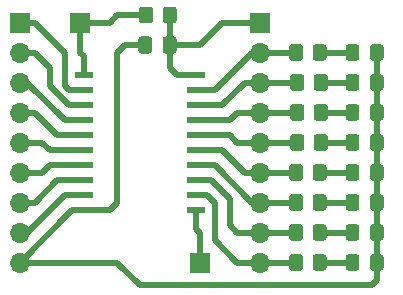
<source format=gbr>
%TF.GenerationSoftware,KiCad,Pcbnew,(5.1.9)-1*%
%TF.CreationDate,2023-01-12T13:49:32+03:00*%
%TF.ProjectId,STACK1,53544143-4b31-42e6-9b69-6361645f7063,rev?*%
%TF.SameCoordinates,Original*%
%TF.FileFunction,Copper,L1,Top*%
%TF.FilePolarity,Positive*%
%FSLAX46Y46*%
G04 Gerber Fmt 4.6, Leading zero omitted, Abs format (unit mm)*
G04 Created by KiCad (PCBNEW (5.1.9)-1) date 2023-01-12 13:49:32*
%MOMM*%
%LPD*%
G01*
G04 APERTURE LIST*
%TA.AperFunction,ComponentPad*%
%ADD10R,1.700000X1.700000*%
%TD*%
%TA.AperFunction,ComponentPad*%
%ADD11O,1.700000X1.700000*%
%TD*%
%TA.AperFunction,SMDPad,CuDef*%
%ADD12R,1.500000X0.600000*%
%TD*%
%TA.AperFunction,Conductor*%
%ADD13C,0.500000*%
%TD*%
G04 APERTURE END LIST*
%TO.P,R9,2*%
%TO.N,VCC*%
%TA.AperFunction,SMDPad,CuDef*%
G36*
G01*
X62900000Y-27755001D02*
X62900000Y-26854999D01*
G75*
G02*
X63149999Y-26605000I249999J0D01*
G01*
X63850001Y-26605000D01*
G75*
G02*
X64100000Y-26854999I0J-249999D01*
G01*
X64100000Y-27755001D01*
G75*
G02*
X63850001Y-28005000I-249999J0D01*
G01*
X63149999Y-28005000D01*
G75*
G02*
X62900000Y-27755001I0J249999D01*
G01*
G37*
%TD.AperFunction*%
%TO.P,R9,1*%
%TO.N,/~OE*%
%TA.AperFunction,SMDPad,CuDef*%
G36*
G01*
X60900000Y-27755001D02*
X60900000Y-26854999D01*
G75*
G02*
X61149999Y-26605000I249999J0D01*
G01*
X61850001Y-26605000D01*
G75*
G02*
X62100000Y-26854999I0J-249999D01*
G01*
X62100000Y-27755001D01*
G75*
G02*
X61850001Y-28005000I-249999J0D01*
G01*
X61149999Y-28005000D01*
G75*
G02*
X60900000Y-27755001I0J249999D01*
G01*
G37*
%TD.AperFunction*%
%TD*%
D10*
%TO.P,J4,1*%
%TO.N,/~OE*%
X55880000Y-27940000D03*
%TD*%
%TO.P,J3,1*%
%TO.N,/CP*%
X66040000Y-48260000D03*
%TD*%
%TO.P,C1,1*%
%TO.N,VCC*%
%TA.AperFunction,SMDPad,CuDef*%
G36*
G01*
X64087500Y-29370000D02*
X64087500Y-30320000D01*
G75*
G02*
X63837500Y-30570000I-250000J0D01*
G01*
X63162500Y-30570000D01*
G75*
G02*
X62912500Y-30320000I0J250000D01*
G01*
X62912500Y-29370000D01*
G75*
G02*
X63162500Y-29120000I250000J0D01*
G01*
X63837500Y-29120000D01*
G75*
G02*
X64087500Y-29370000I0J-250000D01*
G01*
G37*
%TD.AperFunction*%
%TO.P,C1,2*%
%TO.N,GND*%
%TA.AperFunction,SMDPad,CuDef*%
G36*
G01*
X62012500Y-29370000D02*
X62012500Y-30320000D01*
G75*
G02*
X61762500Y-30570000I-250000J0D01*
G01*
X61087500Y-30570000D01*
G75*
G02*
X60837500Y-30320000I0J250000D01*
G01*
X60837500Y-29370000D01*
G75*
G02*
X61087500Y-29120000I250000J0D01*
G01*
X61762500Y-29120000D01*
G75*
G02*
X62012500Y-29370000I0J-250000D01*
G01*
G37*
%TD.AperFunction*%
%TD*%
%TO.P,D1,1*%
%TO.N,GND*%
%TA.AperFunction,SMDPad,CuDef*%
G36*
G01*
X81610000Y-30029999D02*
X81610000Y-30930001D01*
G75*
G02*
X81360001Y-31180000I-249999J0D01*
G01*
X80709999Y-31180000D01*
G75*
G02*
X80460000Y-30930001I0J249999D01*
G01*
X80460000Y-30029999D01*
G75*
G02*
X80709999Y-29780000I249999J0D01*
G01*
X81360001Y-29780000D01*
G75*
G02*
X81610000Y-30029999I0J-249999D01*
G01*
G37*
%TD.AperFunction*%
%TO.P,D1,2*%
%TO.N,Net-(D1-Pad2)*%
%TA.AperFunction,SMDPad,CuDef*%
G36*
G01*
X79560000Y-30029999D02*
X79560000Y-30930001D01*
G75*
G02*
X79310001Y-31180000I-249999J0D01*
G01*
X78659999Y-31180000D01*
G75*
G02*
X78410000Y-30930001I0J249999D01*
G01*
X78410000Y-30029999D01*
G75*
G02*
X78659999Y-29780000I249999J0D01*
G01*
X79310001Y-29780000D01*
G75*
G02*
X79560000Y-30029999I0J-249999D01*
G01*
G37*
%TD.AperFunction*%
%TD*%
%TO.P,D2,1*%
%TO.N,GND*%
%TA.AperFunction,SMDPad,CuDef*%
G36*
G01*
X81610000Y-32569999D02*
X81610000Y-33470001D01*
G75*
G02*
X81360001Y-33720000I-249999J0D01*
G01*
X80709999Y-33720000D01*
G75*
G02*
X80460000Y-33470001I0J249999D01*
G01*
X80460000Y-32569999D01*
G75*
G02*
X80709999Y-32320000I249999J0D01*
G01*
X81360001Y-32320000D01*
G75*
G02*
X81610000Y-32569999I0J-249999D01*
G01*
G37*
%TD.AperFunction*%
%TO.P,D2,2*%
%TO.N,Net-(D2-Pad2)*%
%TA.AperFunction,SMDPad,CuDef*%
G36*
G01*
X79560000Y-32569999D02*
X79560000Y-33470001D01*
G75*
G02*
X79310001Y-33720000I-249999J0D01*
G01*
X78659999Y-33720000D01*
G75*
G02*
X78410000Y-33470001I0J249999D01*
G01*
X78410000Y-32569999D01*
G75*
G02*
X78659999Y-32320000I249999J0D01*
G01*
X79310001Y-32320000D01*
G75*
G02*
X79560000Y-32569999I0J-249999D01*
G01*
G37*
%TD.AperFunction*%
%TD*%
%TO.P,D3,2*%
%TO.N,Net-(D3-Pad2)*%
%TA.AperFunction,SMDPad,CuDef*%
G36*
G01*
X79560000Y-35109999D02*
X79560000Y-36010001D01*
G75*
G02*
X79310001Y-36260000I-249999J0D01*
G01*
X78659999Y-36260000D01*
G75*
G02*
X78410000Y-36010001I0J249999D01*
G01*
X78410000Y-35109999D01*
G75*
G02*
X78659999Y-34860000I249999J0D01*
G01*
X79310001Y-34860000D01*
G75*
G02*
X79560000Y-35109999I0J-249999D01*
G01*
G37*
%TD.AperFunction*%
%TO.P,D3,1*%
%TO.N,GND*%
%TA.AperFunction,SMDPad,CuDef*%
G36*
G01*
X81610000Y-35109999D02*
X81610000Y-36010001D01*
G75*
G02*
X81360001Y-36260000I-249999J0D01*
G01*
X80709999Y-36260000D01*
G75*
G02*
X80460000Y-36010001I0J249999D01*
G01*
X80460000Y-35109999D01*
G75*
G02*
X80709999Y-34860000I249999J0D01*
G01*
X81360001Y-34860000D01*
G75*
G02*
X81610000Y-35109999I0J-249999D01*
G01*
G37*
%TD.AperFunction*%
%TD*%
%TO.P,D4,1*%
%TO.N,GND*%
%TA.AperFunction,SMDPad,CuDef*%
G36*
G01*
X81610000Y-37649999D02*
X81610000Y-38550001D01*
G75*
G02*
X81360001Y-38800000I-249999J0D01*
G01*
X80709999Y-38800000D01*
G75*
G02*
X80460000Y-38550001I0J249999D01*
G01*
X80460000Y-37649999D01*
G75*
G02*
X80709999Y-37400000I249999J0D01*
G01*
X81360001Y-37400000D01*
G75*
G02*
X81610000Y-37649999I0J-249999D01*
G01*
G37*
%TD.AperFunction*%
%TO.P,D4,2*%
%TO.N,Net-(D4-Pad2)*%
%TA.AperFunction,SMDPad,CuDef*%
G36*
G01*
X79560000Y-37649999D02*
X79560000Y-38550001D01*
G75*
G02*
X79310001Y-38800000I-249999J0D01*
G01*
X78659999Y-38800000D01*
G75*
G02*
X78410000Y-38550001I0J249999D01*
G01*
X78410000Y-37649999D01*
G75*
G02*
X78659999Y-37400000I249999J0D01*
G01*
X79310001Y-37400000D01*
G75*
G02*
X79560000Y-37649999I0J-249999D01*
G01*
G37*
%TD.AperFunction*%
%TD*%
%TO.P,D5,2*%
%TO.N,Net-(D5-Pad2)*%
%TA.AperFunction,SMDPad,CuDef*%
G36*
G01*
X79560000Y-40189999D02*
X79560000Y-41090001D01*
G75*
G02*
X79310001Y-41340000I-249999J0D01*
G01*
X78659999Y-41340000D01*
G75*
G02*
X78410000Y-41090001I0J249999D01*
G01*
X78410000Y-40189999D01*
G75*
G02*
X78659999Y-39940000I249999J0D01*
G01*
X79310001Y-39940000D01*
G75*
G02*
X79560000Y-40189999I0J-249999D01*
G01*
G37*
%TD.AperFunction*%
%TO.P,D5,1*%
%TO.N,GND*%
%TA.AperFunction,SMDPad,CuDef*%
G36*
G01*
X81610000Y-40189999D02*
X81610000Y-41090001D01*
G75*
G02*
X81360001Y-41340000I-249999J0D01*
G01*
X80709999Y-41340000D01*
G75*
G02*
X80460000Y-41090001I0J249999D01*
G01*
X80460000Y-40189999D01*
G75*
G02*
X80709999Y-39940000I249999J0D01*
G01*
X81360001Y-39940000D01*
G75*
G02*
X81610000Y-40189999I0J-249999D01*
G01*
G37*
%TD.AperFunction*%
%TD*%
%TO.P,D6,2*%
%TO.N,Net-(D6-Pad2)*%
%TA.AperFunction,SMDPad,CuDef*%
G36*
G01*
X79560000Y-42729999D02*
X79560000Y-43630001D01*
G75*
G02*
X79310001Y-43880000I-249999J0D01*
G01*
X78659999Y-43880000D01*
G75*
G02*
X78410000Y-43630001I0J249999D01*
G01*
X78410000Y-42729999D01*
G75*
G02*
X78659999Y-42480000I249999J0D01*
G01*
X79310001Y-42480000D01*
G75*
G02*
X79560000Y-42729999I0J-249999D01*
G01*
G37*
%TD.AperFunction*%
%TO.P,D6,1*%
%TO.N,GND*%
%TA.AperFunction,SMDPad,CuDef*%
G36*
G01*
X81610000Y-42729999D02*
X81610000Y-43630001D01*
G75*
G02*
X81360001Y-43880000I-249999J0D01*
G01*
X80709999Y-43880000D01*
G75*
G02*
X80460000Y-43630001I0J249999D01*
G01*
X80460000Y-42729999D01*
G75*
G02*
X80709999Y-42480000I249999J0D01*
G01*
X81360001Y-42480000D01*
G75*
G02*
X81610000Y-42729999I0J-249999D01*
G01*
G37*
%TD.AperFunction*%
%TD*%
%TO.P,D7,2*%
%TO.N,Net-(D7-Pad2)*%
%TA.AperFunction,SMDPad,CuDef*%
G36*
G01*
X79560000Y-45269999D02*
X79560000Y-46170001D01*
G75*
G02*
X79310001Y-46420000I-249999J0D01*
G01*
X78659999Y-46420000D01*
G75*
G02*
X78410000Y-46170001I0J249999D01*
G01*
X78410000Y-45269999D01*
G75*
G02*
X78659999Y-45020000I249999J0D01*
G01*
X79310001Y-45020000D01*
G75*
G02*
X79560000Y-45269999I0J-249999D01*
G01*
G37*
%TD.AperFunction*%
%TO.P,D7,1*%
%TO.N,GND*%
%TA.AperFunction,SMDPad,CuDef*%
G36*
G01*
X81610000Y-45269999D02*
X81610000Y-46170001D01*
G75*
G02*
X81360001Y-46420000I-249999J0D01*
G01*
X80709999Y-46420000D01*
G75*
G02*
X80460000Y-46170001I0J249999D01*
G01*
X80460000Y-45269999D01*
G75*
G02*
X80709999Y-45020000I249999J0D01*
G01*
X81360001Y-45020000D01*
G75*
G02*
X81610000Y-45269999I0J-249999D01*
G01*
G37*
%TD.AperFunction*%
%TD*%
%TO.P,D8,1*%
%TO.N,GND*%
%TA.AperFunction,SMDPad,CuDef*%
G36*
G01*
X81610000Y-47809999D02*
X81610000Y-48710001D01*
G75*
G02*
X81360001Y-48960000I-249999J0D01*
G01*
X80709999Y-48960000D01*
G75*
G02*
X80460000Y-48710001I0J249999D01*
G01*
X80460000Y-47809999D01*
G75*
G02*
X80709999Y-47560000I249999J0D01*
G01*
X81360001Y-47560000D01*
G75*
G02*
X81610000Y-47809999I0J-249999D01*
G01*
G37*
%TD.AperFunction*%
%TO.P,D8,2*%
%TO.N,Net-(D8-Pad2)*%
%TA.AperFunction,SMDPad,CuDef*%
G36*
G01*
X79560000Y-47809999D02*
X79560000Y-48710001D01*
G75*
G02*
X79310001Y-48960000I-249999J0D01*
G01*
X78659999Y-48960000D01*
G75*
G02*
X78410000Y-48710001I0J249999D01*
G01*
X78410000Y-47809999D01*
G75*
G02*
X78659999Y-47560000I249999J0D01*
G01*
X79310001Y-47560000D01*
G75*
G02*
X79560000Y-47809999I0J-249999D01*
G01*
G37*
%TD.AperFunction*%
%TD*%
D11*
%TO.P,J1,9*%
%TO.N,/Q7*%
X71120000Y-48260000D03*
%TO.P,J1,8*%
%TO.N,/Q6*%
X71120000Y-45720000D03*
%TO.P,J1,7*%
%TO.N,/Q5*%
X71120000Y-43180000D03*
%TO.P,J1,6*%
%TO.N,/Q4*%
X71120000Y-40640000D03*
%TO.P,J1,5*%
%TO.N,/Q3*%
X71120000Y-38100000D03*
%TO.P,J1,4*%
%TO.N,/Q2*%
X71120000Y-35560000D03*
%TO.P,J1,3*%
%TO.N,/Q1*%
X71120000Y-33020000D03*
%TO.P,J1,2*%
%TO.N,/Q0*%
X71120000Y-30480000D03*
D10*
%TO.P,J1,1*%
%TO.N,VCC*%
X71120000Y-27940000D03*
%TD*%
%TO.P,J2,1*%
%TO.N,/D0*%
X50800000Y-27940000D03*
D11*
%TO.P,J2,2*%
%TO.N,Net-(J2-Pad2)*%
X50800000Y-30480000D03*
%TO.P,J2,3*%
%TO.N,Net-(J2-Pad3)*%
X50800000Y-33020000D03*
%TO.P,J2,4*%
%TO.N,Net-(J2-Pad4)*%
X50800000Y-35560000D03*
%TO.P,J2,5*%
%TO.N,Net-(J2-Pad5)*%
X50800000Y-38100000D03*
%TO.P,J2,6*%
%TO.N,Net-(J2-Pad6)*%
X50800000Y-40640000D03*
%TO.P,J2,7*%
%TO.N,Net-(J2-Pad7)*%
X50800000Y-43180000D03*
%TO.P,J2,8*%
%TO.N,/D7*%
X50800000Y-45720000D03*
%TO.P,J2,9*%
%TO.N,GND*%
X50800000Y-48260000D03*
%TD*%
%TO.P,R1,1*%
%TO.N,Net-(D1-Pad2)*%
%TA.AperFunction,SMDPad,CuDef*%
G36*
G01*
X76800000Y-30029999D02*
X76800000Y-30930001D01*
G75*
G02*
X76550001Y-31180000I-249999J0D01*
G01*
X75849999Y-31180000D01*
G75*
G02*
X75600000Y-30930001I0J249999D01*
G01*
X75600000Y-30029999D01*
G75*
G02*
X75849999Y-29780000I249999J0D01*
G01*
X76550001Y-29780000D01*
G75*
G02*
X76800000Y-30029999I0J-249999D01*
G01*
G37*
%TD.AperFunction*%
%TO.P,R1,2*%
%TO.N,/Q0*%
%TA.AperFunction,SMDPad,CuDef*%
G36*
G01*
X74800000Y-30029999D02*
X74800000Y-30930001D01*
G75*
G02*
X74550001Y-31180000I-249999J0D01*
G01*
X73849999Y-31180000D01*
G75*
G02*
X73600000Y-30930001I0J249999D01*
G01*
X73600000Y-30029999D01*
G75*
G02*
X73849999Y-29780000I249999J0D01*
G01*
X74550001Y-29780000D01*
G75*
G02*
X74800000Y-30029999I0J-249999D01*
G01*
G37*
%TD.AperFunction*%
%TD*%
%TO.P,R2,1*%
%TO.N,Net-(D2-Pad2)*%
%TA.AperFunction,SMDPad,CuDef*%
G36*
G01*
X76895000Y-32569999D02*
X76895000Y-33470001D01*
G75*
G02*
X76645001Y-33720000I-249999J0D01*
G01*
X75944999Y-33720000D01*
G75*
G02*
X75695000Y-33470001I0J249999D01*
G01*
X75695000Y-32569999D01*
G75*
G02*
X75944999Y-32320000I249999J0D01*
G01*
X76645001Y-32320000D01*
G75*
G02*
X76895000Y-32569999I0J-249999D01*
G01*
G37*
%TD.AperFunction*%
%TO.P,R2,2*%
%TO.N,/Q1*%
%TA.AperFunction,SMDPad,CuDef*%
G36*
G01*
X74895000Y-32569999D02*
X74895000Y-33470001D01*
G75*
G02*
X74645001Y-33720000I-249999J0D01*
G01*
X73944999Y-33720000D01*
G75*
G02*
X73695000Y-33470001I0J249999D01*
G01*
X73695000Y-32569999D01*
G75*
G02*
X73944999Y-32320000I249999J0D01*
G01*
X74645001Y-32320000D01*
G75*
G02*
X74895000Y-32569999I0J-249999D01*
G01*
G37*
%TD.AperFunction*%
%TD*%
%TO.P,R3,2*%
%TO.N,/Q2*%
%TA.AperFunction,SMDPad,CuDef*%
G36*
G01*
X74895000Y-35109999D02*
X74895000Y-36010001D01*
G75*
G02*
X74645001Y-36260000I-249999J0D01*
G01*
X73944999Y-36260000D01*
G75*
G02*
X73695000Y-36010001I0J249999D01*
G01*
X73695000Y-35109999D01*
G75*
G02*
X73944999Y-34860000I249999J0D01*
G01*
X74645001Y-34860000D01*
G75*
G02*
X74895000Y-35109999I0J-249999D01*
G01*
G37*
%TD.AperFunction*%
%TO.P,R3,1*%
%TO.N,Net-(D3-Pad2)*%
%TA.AperFunction,SMDPad,CuDef*%
G36*
G01*
X76895000Y-35109999D02*
X76895000Y-36010001D01*
G75*
G02*
X76645001Y-36260000I-249999J0D01*
G01*
X75944999Y-36260000D01*
G75*
G02*
X75695000Y-36010001I0J249999D01*
G01*
X75695000Y-35109999D01*
G75*
G02*
X75944999Y-34860000I249999J0D01*
G01*
X76645001Y-34860000D01*
G75*
G02*
X76895000Y-35109999I0J-249999D01*
G01*
G37*
%TD.AperFunction*%
%TD*%
%TO.P,R4,2*%
%TO.N,/Q3*%
%TA.AperFunction,SMDPad,CuDef*%
G36*
G01*
X74895000Y-37649999D02*
X74895000Y-38550001D01*
G75*
G02*
X74645001Y-38800000I-249999J0D01*
G01*
X73944999Y-38800000D01*
G75*
G02*
X73695000Y-38550001I0J249999D01*
G01*
X73695000Y-37649999D01*
G75*
G02*
X73944999Y-37400000I249999J0D01*
G01*
X74645001Y-37400000D01*
G75*
G02*
X74895000Y-37649999I0J-249999D01*
G01*
G37*
%TD.AperFunction*%
%TO.P,R4,1*%
%TO.N,Net-(D4-Pad2)*%
%TA.AperFunction,SMDPad,CuDef*%
G36*
G01*
X76895000Y-37649999D02*
X76895000Y-38550001D01*
G75*
G02*
X76645001Y-38800000I-249999J0D01*
G01*
X75944999Y-38800000D01*
G75*
G02*
X75695000Y-38550001I0J249999D01*
G01*
X75695000Y-37649999D01*
G75*
G02*
X75944999Y-37400000I249999J0D01*
G01*
X76645001Y-37400000D01*
G75*
G02*
X76895000Y-37649999I0J-249999D01*
G01*
G37*
%TD.AperFunction*%
%TD*%
%TO.P,R5,1*%
%TO.N,Net-(D5-Pad2)*%
%TA.AperFunction,SMDPad,CuDef*%
G36*
G01*
X76800000Y-40189999D02*
X76800000Y-41090001D01*
G75*
G02*
X76550001Y-41340000I-249999J0D01*
G01*
X75849999Y-41340000D01*
G75*
G02*
X75600000Y-41090001I0J249999D01*
G01*
X75600000Y-40189999D01*
G75*
G02*
X75849999Y-39940000I249999J0D01*
G01*
X76550001Y-39940000D01*
G75*
G02*
X76800000Y-40189999I0J-249999D01*
G01*
G37*
%TD.AperFunction*%
%TO.P,R5,2*%
%TO.N,/Q4*%
%TA.AperFunction,SMDPad,CuDef*%
G36*
G01*
X74800000Y-40189999D02*
X74800000Y-41090001D01*
G75*
G02*
X74550001Y-41340000I-249999J0D01*
G01*
X73849999Y-41340000D01*
G75*
G02*
X73600000Y-41090001I0J249999D01*
G01*
X73600000Y-40189999D01*
G75*
G02*
X73849999Y-39940000I249999J0D01*
G01*
X74550001Y-39940000D01*
G75*
G02*
X74800000Y-40189999I0J-249999D01*
G01*
G37*
%TD.AperFunction*%
%TD*%
%TO.P,R6,2*%
%TO.N,/Q5*%
%TA.AperFunction,SMDPad,CuDef*%
G36*
G01*
X74800000Y-42729999D02*
X74800000Y-43630001D01*
G75*
G02*
X74550001Y-43880000I-249999J0D01*
G01*
X73849999Y-43880000D01*
G75*
G02*
X73600000Y-43630001I0J249999D01*
G01*
X73600000Y-42729999D01*
G75*
G02*
X73849999Y-42480000I249999J0D01*
G01*
X74550001Y-42480000D01*
G75*
G02*
X74800000Y-42729999I0J-249999D01*
G01*
G37*
%TD.AperFunction*%
%TO.P,R6,1*%
%TO.N,Net-(D6-Pad2)*%
%TA.AperFunction,SMDPad,CuDef*%
G36*
G01*
X76800000Y-42729999D02*
X76800000Y-43630001D01*
G75*
G02*
X76550001Y-43880000I-249999J0D01*
G01*
X75849999Y-43880000D01*
G75*
G02*
X75600000Y-43630001I0J249999D01*
G01*
X75600000Y-42729999D01*
G75*
G02*
X75849999Y-42480000I249999J0D01*
G01*
X76550001Y-42480000D01*
G75*
G02*
X76800000Y-42729999I0J-249999D01*
G01*
G37*
%TD.AperFunction*%
%TD*%
%TO.P,R7,2*%
%TO.N,/Q6*%
%TA.AperFunction,SMDPad,CuDef*%
G36*
G01*
X74800000Y-45269999D02*
X74800000Y-46170001D01*
G75*
G02*
X74550001Y-46420000I-249999J0D01*
G01*
X73849999Y-46420000D01*
G75*
G02*
X73600000Y-46170001I0J249999D01*
G01*
X73600000Y-45269999D01*
G75*
G02*
X73849999Y-45020000I249999J0D01*
G01*
X74550001Y-45020000D01*
G75*
G02*
X74800000Y-45269999I0J-249999D01*
G01*
G37*
%TD.AperFunction*%
%TO.P,R7,1*%
%TO.N,Net-(D7-Pad2)*%
%TA.AperFunction,SMDPad,CuDef*%
G36*
G01*
X76800000Y-45269999D02*
X76800000Y-46170001D01*
G75*
G02*
X76550001Y-46420000I-249999J0D01*
G01*
X75849999Y-46420000D01*
G75*
G02*
X75600000Y-46170001I0J249999D01*
G01*
X75600000Y-45269999D01*
G75*
G02*
X75849999Y-45020000I249999J0D01*
G01*
X76550001Y-45020000D01*
G75*
G02*
X76800000Y-45269999I0J-249999D01*
G01*
G37*
%TD.AperFunction*%
%TD*%
%TO.P,R8,1*%
%TO.N,Net-(D8-Pad2)*%
%TA.AperFunction,SMDPad,CuDef*%
G36*
G01*
X76800000Y-47809999D02*
X76800000Y-48710001D01*
G75*
G02*
X76550001Y-48960000I-249999J0D01*
G01*
X75849999Y-48960000D01*
G75*
G02*
X75600000Y-48710001I0J249999D01*
G01*
X75600000Y-47809999D01*
G75*
G02*
X75849999Y-47560000I249999J0D01*
G01*
X76550001Y-47560000D01*
G75*
G02*
X76800000Y-47809999I0J-249999D01*
G01*
G37*
%TD.AperFunction*%
%TO.P,R8,2*%
%TO.N,/Q7*%
%TA.AperFunction,SMDPad,CuDef*%
G36*
G01*
X74800000Y-47809999D02*
X74800000Y-48710001D01*
G75*
G02*
X74550001Y-48960000I-249999J0D01*
G01*
X73849999Y-48960000D01*
G75*
G02*
X73600000Y-48710001I0J249999D01*
G01*
X73600000Y-47809999D01*
G75*
G02*
X73849999Y-47560000I249999J0D01*
G01*
X74550001Y-47560000D01*
G75*
G02*
X74800000Y-47809999I0J-249999D01*
G01*
G37*
%TD.AperFunction*%
%TD*%
D12*
%TO.P,U1,6*%
%TO.N,Net-(J2-Pad5)*%
X56210000Y-38735000D03*
%TO.P,U1,5*%
%TO.N,Net-(J2-Pad4)*%
X56210000Y-37465000D03*
%TO.P,U1,4*%
%TO.N,Net-(J2-Pad3)*%
X56210000Y-36195000D03*
%TO.P,U1,3*%
%TO.N,Net-(J2-Pad2)*%
X56210000Y-34925000D03*
%TO.P,U1,2*%
%TO.N,/D0*%
X56210000Y-33655000D03*
%TO.P,U1,1*%
%TO.N,/~OE*%
X56210000Y-32385000D03*
%TO.P,U1,7*%
%TO.N,Net-(J2-Pad6)*%
X56210000Y-40005000D03*
%TO.P,U1,8*%
%TO.N,Net-(J2-Pad7)*%
X56210000Y-41275000D03*
%TO.P,U1,9*%
%TO.N,/D7*%
X56210000Y-42545000D03*
%TO.P,U1,10*%
%TO.N,GND*%
X56210000Y-43815000D03*
%TO.P,U1,11*%
%TO.N,/CP*%
X65710000Y-43815000D03*
%TO.P,U1,12*%
%TO.N,/Q7*%
X65710000Y-42545000D03*
%TO.P,U1,13*%
%TO.N,/Q6*%
X65710000Y-41275000D03*
%TO.P,U1,14*%
%TO.N,/Q5*%
X65710000Y-40005000D03*
%TO.P,U1,15*%
%TO.N,/Q4*%
X65710000Y-38735000D03*
%TO.P,U1,16*%
%TO.N,/Q3*%
X65710000Y-37465000D03*
%TO.P,U1,17*%
%TO.N,/Q2*%
X65710000Y-36195000D03*
%TO.P,U1,18*%
%TO.N,/Q1*%
X65710000Y-34925000D03*
%TO.P,U1,19*%
%TO.N,/Q0*%
X65710000Y-33655000D03*
%TO.P,U1,20*%
%TO.N,VCC*%
X65710000Y-32385000D03*
%TD*%
D13*
%TO.N,VCC*%
X63500000Y-27305000D02*
X63500000Y-29845000D01*
X65710000Y-32385000D02*
X64135000Y-32385000D01*
X63500000Y-31750000D02*
X63500000Y-29845000D01*
X64135000Y-32385000D02*
X63500000Y-31750000D01*
X63500000Y-29845000D02*
X66040000Y-29845000D01*
X67945000Y-27940000D02*
X71120000Y-27940000D01*
X66040000Y-29845000D02*
X67945000Y-27940000D01*
%TO.N,GND*%
X55245000Y-43815000D02*
X50800000Y-48260000D01*
X56210000Y-43815000D02*
X55245000Y-43815000D01*
X61425000Y-29845000D02*
X59690000Y-29845000D01*
X59690000Y-29845000D02*
X59055000Y-30480000D01*
X59055000Y-30480000D02*
X59055000Y-43180000D01*
X58420000Y-43815000D02*
X56210000Y-43815000D01*
X59055000Y-43180000D02*
X58420000Y-43815000D01*
X81035000Y-42894966D02*
X81035000Y-48260000D01*
X81035000Y-30480000D02*
X81035000Y-42894966D01*
X50800000Y-48260000D02*
X59055000Y-48260000D01*
X59055000Y-48260000D02*
X60960000Y-50165000D01*
X60960000Y-50165000D02*
X80645000Y-50165000D01*
X81035000Y-49775000D02*
X81035000Y-48260000D01*
X80645000Y-50165000D02*
X81035000Y-49775000D01*
%TO.N,Net-(D1-Pad2)*%
X76200000Y-30480000D02*
X78985000Y-30480000D01*
%TO.N,Net-(D2-Pad2)*%
X76295000Y-33020000D02*
X78985000Y-33020000D01*
%TO.N,Net-(D3-Pad2)*%
X76295000Y-35560000D02*
X78985000Y-35560000D01*
%TO.N,Net-(D4-Pad2)*%
X76295000Y-38100000D02*
X78985000Y-38100000D01*
%TO.N,Net-(D5-Pad2)*%
X76200000Y-40640000D02*
X78985000Y-40640000D01*
%TO.N,Net-(D6-Pad2)*%
X76200000Y-43180000D02*
X78985000Y-43180000D01*
%TO.N,Net-(D7-Pad2)*%
X76200000Y-45720000D02*
X78985000Y-45720000D01*
%TO.N,Net-(D8-Pad2)*%
X76200000Y-48260000D02*
X78985000Y-48260000D01*
%TO.N,/Q7*%
X65710000Y-42545000D02*
X66675000Y-42545000D01*
X66675000Y-42545000D02*
X67310000Y-43180000D01*
X67310000Y-43180000D02*
X67310000Y-46355000D01*
X69215000Y-48260000D02*
X71120000Y-48260000D01*
X67310000Y-46355000D02*
X69215000Y-48260000D01*
X71120000Y-48260000D02*
X74200000Y-48260000D01*
%TO.N,/Q6*%
X66960000Y-41275000D02*
X68580000Y-42895000D01*
X65710000Y-41275000D02*
X66960000Y-41275000D01*
X68580000Y-42895000D02*
X68580000Y-45085000D01*
X69215000Y-45720000D02*
X71120000Y-45720000D01*
X68580000Y-45085000D02*
X69215000Y-45720000D01*
X71120000Y-45720000D02*
X74200000Y-45720000D01*
%TO.N,/Q5*%
X65710000Y-40005000D02*
X67310000Y-40005000D01*
X70485000Y-43180000D02*
X71120000Y-43180000D01*
X67310000Y-40005000D02*
X70485000Y-43180000D01*
X71120000Y-43180000D02*
X74200000Y-43180000D01*
%TO.N,/Q4*%
X65710000Y-38735000D02*
X67945000Y-38735000D01*
X69850000Y-40640000D02*
X71120000Y-40640000D01*
X67945000Y-38735000D02*
X69850000Y-40640000D01*
X71120000Y-40640000D02*
X74200000Y-40640000D01*
%TO.N,/Q3*%
X65710000Y-37465000D02*
X68580000Y-37465000D01*
X69215000Y-38100000D02*
X71120000Y-38100000D01*
X68580000Y-37465000D02*
X69215000Y-38100000D01*
X71120000Y-38100000D02*
X74295000Y-38100000D01*
%TO.N,/Q2*%
X65710000Y-36195000D02*
X68580000Y-36195000D01*
X69215000Y-35560000D02*
X71120000Y-35560000D01*
X68580000Y-36195000D02*
X69215000Y-35560000D01*
X71120000Y-35560000D02*
X74295000Y-35560000D01*
%TO.N,/Q1*%
X65710000Y-34925000D02*
X67945000Y-34925000D01*
X69850000Y-33020000D02*
X71120000Y-33020000D01*
X67945000Y-34925000D02*
X69850000Y-33020000D01*
X71120000Y-33020000D02*
X74295000Y-33020000D01*
%TO.N,/Q0*%
X65710000Y-33655000D02*
X67310000Y-33655000D01*
X70485000Y-30480000D02*
X71120000Y-30480000D01*
X67310000Y-33655000D02*
X70485000Y-30480000D01*
X71120000Y-30480000D02*
X74200000Y-30480000D01*
%TO.N,/D0*%
X54960000Y-33655000D02*
X54610000Y-33305000D01*
X56210000Y-33655000D02*
X54960000Y-33655000D01*
X54610000Y-33305000D02*
X54610000Y-30480000D01*
X52070000Y-27940000D02*
X50800000Y-27940000D01*
X54610000Y-30480000D02*
X52070000Y-27940000D01*
%TO.N,Net-(J2-Pad2)*%
X54960000Y-34925000D02*
X53340000Y-33305000D01*
X56210000Y-34925000D02*
X54960000Y-34925000D01*
X53340000Y-33305000D02*
X53340000Y-31750000D01*
X52070000Y-30480000D02*
X50800000Y-30480000D01*
X53340000Y-31750000D02*
X52070000Y-30480000D01*
%TO.N,Net-(J2-Pad3)*%
X56210000Y-36195000D02*
X54610000Y-36195000D01*
X51435000Y-33020000D02*
X50800000Y-33020000D01*
X54610000Y-36195000D02*
X51435000Y-33020000D01*
%TO.N,Net-(J2-Pad4)*%
X56210000Y-37465000D02*
X53975000Y-37465000D01*
X52070000Y-35560000D02*
X50800000Y-35560000D01*
X53975000Y-37465000D02*
X52070000Y-35560000D01*
%TO.N,Net-(J2-Pad5)*%
X52705000Y-38100000D02*
X50800000Y-38100000D01*
X53340000Y-38735000D02*
X52705000Y-38100000D01*
X56210000Y-38735000D02*
X53340000Y-38735000D01*
%TO.N,Net-(J2-Pad6)*%
X52705000Y-40640000D02*
X50800000Y-40640000D01*
X53340000Y-40005000D02*
X52705000Y-40640000D01*
X56210000Y-40005000D02*
X53340000Y-40005000D01*
%TO.N,Net-(J2-Pad7)*%
X56210000Y-41275000D02*
X53975000Y-41275000D01*
X52070000Y-43180000D02*
X50800000Y-43180000D01*
X53975000Y-41275000D02*
X52070000Y-43180000D01*
%TO.N,/D7*%
X56210000Y-42545000D02*
X54610000Y-42545000D01*
X51435000Y-45720000D02*
X50800000Y-45720000D01*
X54610000Y-42545000D02*
X51435000Y-45720000D01*
%TO.N,/CP*%
X65710000Y-43815000D02*
X65710000Y-45390000D01*
X66040000Y-45720000D02*
X66040000Y-48260000D01*
X65710000Y-45390000D02*
X66040000Y-45720000D01*
%TO.N,/~OE*%
X56210000Y-32385000D02*
X56210000Y-30810000D01*
X55880000Y-30480000D02*
X55880000Y-27940000D01*
X56210000Y-30810000D02*
X55880000Y-30480000D01*
X61500000Y-27305000D02*
X59055000Y-27305000D01*
X58420000Y-27940000D02*
X55880000Y-27940000D01*
X59055000Y-27305000D02*
X58420000Y-27940000D01*
%TD*%
M02*

</source>
